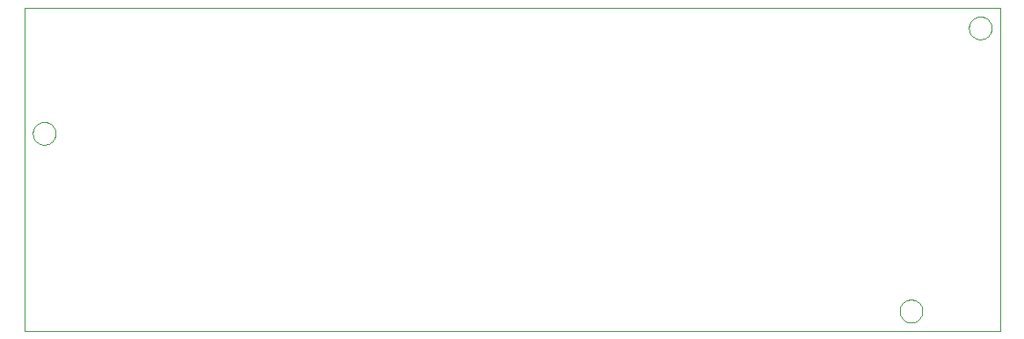
<source format=gbo>
G75*
%MOIN*%
%OFA0B0*%
%FSLAX24Y24*%
%IPPOS*%
%LPD*%
%AMOC8*
5,1,8,0,0,1.08239X$1,22.5*
%
%ADD10C,0.0000*%
D10*
X000224Y000425D02*
X000224Y012675D01*
X037224Y012675D01*
X037224Y000425D01*
X000224Y000425D01*
X000541Y007925D02*
X000543Y007966D01*
X000549Y008007D01*
X000559Y008047D01*
X000572Y008086D01*
X000589Y008123D01*
X000610Y008159D01*
X000634Y008193D01*
X000661Y008224D01*
X000690Y008252D01*
X000723Y008278D01*
X000757Y008300D01*
X000794Y008319D01*
X000832Y008334D01*
X000872Y008346D01*
X000912Y008354D01*
X000953Y008358D01*
X000995Y008358D01*
X001036Y008354D01*
X001076Y008346D01*
X001116Y008334D01*
X001154Y008319D01*
X001190Y008300D01*
X001225Y008278D01*
X001258Y008252D01*
X001287Y008224D01*
X001314Y008193D01*
X001338Y008159D01*
X001359Y008123D01*
X001376Y008086D01*
X001389Y008047D01*
X001399Y008007D01*
X001405Y007966D01*
X001407Y007925D01*
X001405Y007884D01*
X001399Y007843D01*
X001389Y007803D01*
X001376Y007764D01*
X001359Y007727D01*
X001338Y007691D01*
X001314Y007657D01*
X001287Y007626D01*
X001258Y007598D01*
X001225Y007572D01*
X001191Y007550D01*
X001154Y007531D01*
X001116Y007516D01*
X001076Y007504D01*
X001036Y007496D01*
X000995Y007492D01*
X000953Y007492D01*
X000912Y007496D01*
X000872Y007504D01*
X000832Y007516D01*
X000794Y007531D01*
X000758Y007550D01*
X000723Y007572D01*
X000690Y007598D01*
X000661Y007626D01*
X000634Y007657D01*
X000610Y007691D01*
X000589Y007727D01*
X000572Y007764D01*
X000559Y007803D01*
X000549Y007843D01*
X000543Y007884D01*
X000541Y007925D01*
X033416Y001175D02*
X033418Y001216D01*
X033424Y001257D01*
X033434Y001297D01*
X033447Y001336D01*
X033464Y001373D01*
X033485Y001409D01*
X033509Y001443D01*
X033536Y001474D01*
X033565Y001502D01*
X033598Y001528D01*
X033632Y001550D01*
X033669Y001569D01*
X033707Y001584D01*
X033747Y001596D01*
X033787Y001604D01*
X033828Y001608D01*
X033870Y001608D01*
X033911Y001604D01*
X033951Y001596D01*
X033991Y001584D01*
X034029Y001569D01*
X034065Y001550D01*
X034100Y001528D01*
X034133Y001502D01*
X034162Y001474D01*
X034189Y001443D01*
X034213Y001409D01*
X034234Y001373D01*
X034251Y001336D01*
X034264Y001297D01*
X034274Y001257D01*
X034280Y001216D01*
X034282Y001175D01*
X034280Y001134D01*
X034274Y001093D01*
X034264Y001053D01*
X034251Y001014D01*
X034234Y000977D01*
X034213Y000941D01*
X034189Y000907D01*
X034162Y000876D01*
X034133Y000848D01*
X034100Y000822D01*
X034066Y000800D01*
X034029Y000781D01*
X033991Y000766D01*
X033951Y000754D01*
X033911Y000746D01*
X033870Y000742D01*
X033828Y000742D01*
X033787Y000746D01*
X033747Y000754D01*
X033707Y000766D01*
X033669Y000781D01*
X033633Y000800D01*
X033598Y000822D01*
X033565Y000848D01*
X033536Y000876D01*
X033509Y000907D01*
X033485Y000941D01*
X033464Y000977D01*
X033447Y001014D01*
X033434Y001053D01*
X033424Y001093D01*
X033418Y001134D01*
X033416Y001175D01*
X036041Y011925D02*
X036043Y011966D01*
X036049Y012007D01*
X036059Y012047D01*
X036072Y012086D01*
X036089Y012123D01*
X036110Y012159D01*
X036134Y012193D01*
X036161Y012224D01*
X036190Y012252D01*
X036223Y012278D01*
X036257Y012300D01*
X036294Y012319D01*
X036332Y012334D01*
X036372Y012346D01*
X036412Y012354D01*
X036453Y012358D01*
X036495Y012358D01*
X036536Y012354D01*
X036576Y012346D01*
X036616Y012334D01*
X036654Y012319D01*
X036690Y012300D01*
X036725Y012278D01*
X036758Y012252D01*
X036787Y012224D01*
X036814Y012193D01*
X036838Y012159D01*
X036859Y012123D01*
X036876Y012086D01*
X036889Y012047D01*
X036899Y012007D01*
X036905Y011966D01*
X036907Y011925D01*
X036905Y011884D01*
X036899Y011843D01*
X036889Y011803D01*
X036876Y011764D01*
X036859Y011727D01*
X036838Y011691D01*
X036814Y011657D01*
X036787Y011626D01*
X036758Y011598D01*
X036725Y011572D01*
X036691Y011550D01*
X036654Y011531D01*
X036616Y011516D01*
X036576Y011504D01*
X036536Y011496D01*
X036495Y011492D01*
X036453Y011492D01*
X036412Y011496D01*
X036372Y011504D01*
X036332Y011516D01*
X036294Y011531D01*
X036258Y011550D01*
X036223Y011572D01*
X036190Y011598D01*
X036161Y011626D01*
X036134Y011657D01*
X036110Y011691D01*
X036089Y011727D01*
X036072Y011764D01*
X036059Y011803D01*
X036049Y011843D01*
X036043Y011884D01*
X036041Y011925D01*
M02*

</source>
